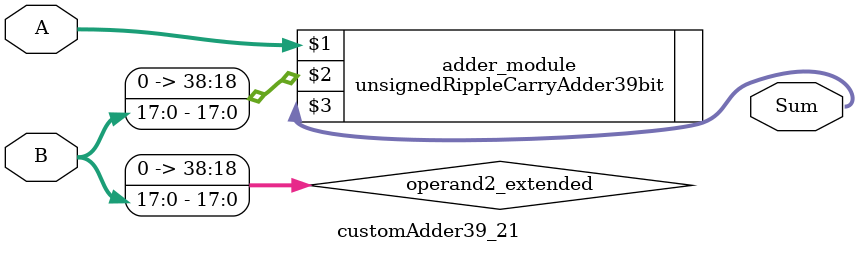
<source format=v>
module customAdder39_21(
                        input [38 : 0] A,
                        input [17 : 0] B,
                        
                        output [39 : 0] Sum
                );

        wire [38 : 0] operand2_extended;
        
        assign operand2_extended =  {21'b0, B};
        
        unsignedRippleCarryAdder39bit adder_module(
            A,
            operand2_extended,
            Sum
        );
        
        endmodule
        
</source>
